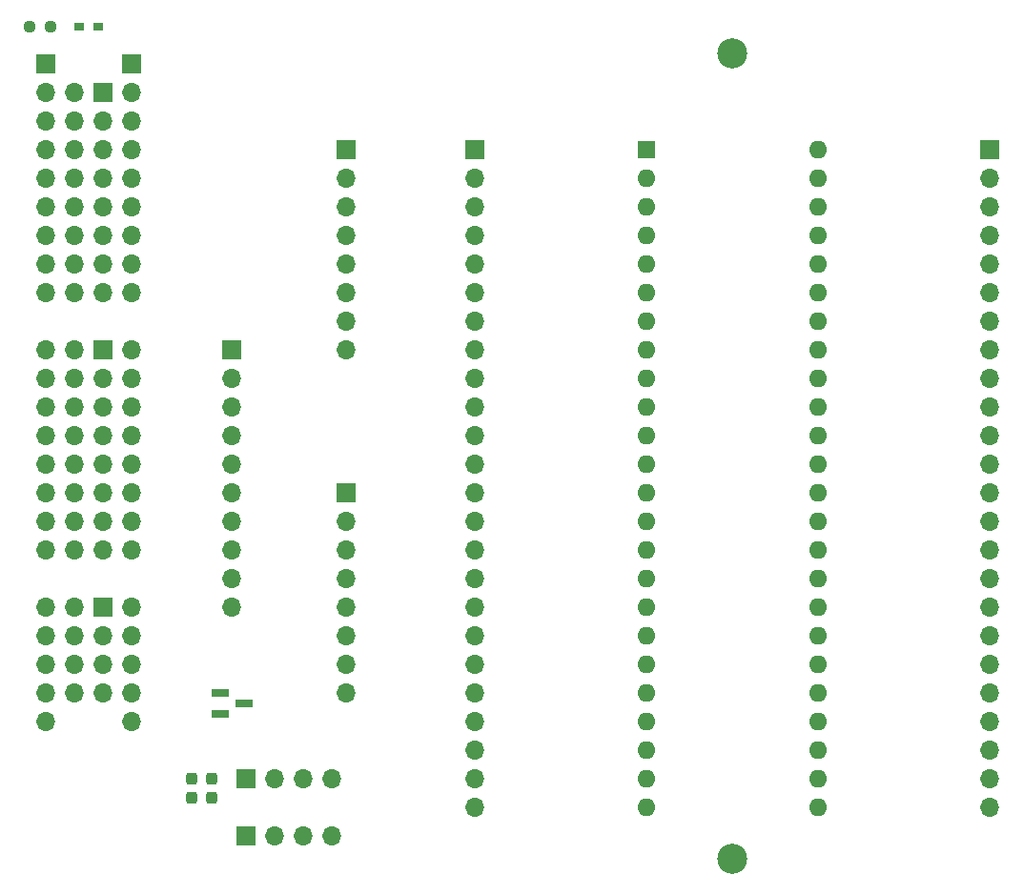
<source format=gbr>
%TF.GenerationSoftware,KiCad,Pcbnew,8.0.4+dfsg-1*%
%TF.CreationDate,2025-03-02T11:49:26+09:00*%
%TF.ProjectId,mezzanine,6d657a7a-616e-4696-9e65-2e6b69636164,2*%
%TF.SameCoordinates,Original*%
%TF.FileFunction,Soldermask,Top*%
%TF.FilePolarity,Negative*%
%FSLAX46Y46*%
G04 Gerber Fmt 4.6, Leading zero omitted, Abs format (unit mm)*
G04 Created by KiCad (PCBNEW 8.0.4+dfsg-1) date 2025-03-02 11:49:26*
%MOMM*%
%LPD*%
G01*
G04 APERTURE LIST*
G04 Aperture macros list*
%AMRoundRect*
0 Rectangle with rounded corners*
0 $1 Rounding radius*
0 $2 $3 $4 $5 $6 $7 $8 $9 X,Y pos of 4 corners*
0 Add a 4 corners polygon primitive as box body*
4,1,4,$2,$3,$4,$5,$6,$7,$8,$9,$2,$3,0*
0 Add four circle primitives for the rounded corners*
1,1,$1+$1,$2,$3*
1,1,$1+$1,$4,$5*
1,1,$1+$1,$6,$7*
1,1,$1+$1,$8,$9*
0 Add four rect primitives between the rounded corners*
20,1,$1+$1,$2,$3,$4,$5,0*
20,1,$1+$1,$4,$5,$6,$7,0*
20,1,$1+$1,$6,$7,$8,$9,0*
20,1,$1+$1,$8,$9,$2,$3,0*%
G04 Aperture macros list end*
%ADD10O,1.700000X1.700000*%
%ADD11R,1.700000X1.700000*%
%ADD12RoundRect,0.237500X-0.237500X0.300000X-0.237500X-0.300000X0.237500X-0.300000X0.237500X0.300000X0*%
%ADD13R,0.965200X0.762000*%
%ADD14R,1.600000X1.600000*%
%ADD15O,1.600000X1.600000*%
%ADD16C,2.670000*%
%ADD17R,1.625600X0.660400*%
%ADD18RoundRect,0.237500X0.250000X0.237500X-0.250000X0.237500X-0.250000X-0.237500X0.250000X-0.237500X0*%
G04 APERTURE END LIST*
D10*
%TO.C,J2*%
X78740000Y-96520000D03*
X78740000Y-93980000D03*
X78740000Y-91440000D03*
X78740000Y-88900000D03*
X78740000Y-86360000D03*
X78740000Y-81280000D03*
X78740000Y-78740000D03*
X78740000Y-76200000D03*
X78740000Y-73660000D03*
X78740000Y-71120000D03*
X78740000Y-68580000D03*
X78740000Y-66040000D03*
X78740000Y-63500000D03*
X78740000Y-58420000D03*
X78740000Y-55880000D03*
X78740000Y-53340000D03*
X78740000Y-50800000D03*
X78740000Y-48260000D03*
X78740000Y-45720000D03*
X78740000Y-43180000D03*
X78740000Y-40640000D03*
D11*
X78740000Y-38100000D03*
%TD*%
%TO.C,J1*%
X71120000Y-38100000D03*
D10*
X71120000Y-40640000D03*
X71120000Y-43180000D03*
X71120000Y-45720000D03*
X71120000Y-48260000D03*
X71120000Y-50800000D03*
X71120000Y-53340000D03*
X71120000Y-55880000D03*
X71120000Y-58420000D03*
X71120000Y-63500000D03*
X71120000Y-66040000D03*
X71120000Y-68580000D03*
X71120000Y-71120000D03*
X71120000Y-73660000D03*
X71120000Y-76200000D03*
X71120000Y-78740000D03*
X71120000Y-81280000D03*
X71120000Y-86360000D03*
X71120000Y-88900000D03*
X71120000Y-91440000D03*
X71120000Y-93980000D03*
X71120000Y-96520000D03*
%TD*%
D12*
%TO.C,C1*%
X84074000Y-101600000D03*
X84074000Y-103325000D03*
%TD*%
D11*
%TO.C,J4*%
X154940000Y-45720000D03*
D10*
X154940000Y-48260000D03*
X154940000Y-50800000D03*
X154940000Y-53340000D03*
X154940000Y-55880000D03*
X154940000Y-58420000D03*
X154940000Y-60960000D03*
X154940000Y-63500000D03*
X154940000Y-66040000D03*
X154940000Y-68580000D03*
X154940000Y-71120000D03*
X154940000Y-73660000D03*
X154940000Y-76200000D03*
X154940000Y-78740000D03*
X154940000Y-81280000D03*
X154940000Y-83820000D03*
X154940000Y-86360000D03*
X154940000Y-88900000D03*
X154940000Y-91440000D03*
X154940000Y-93980000D03*
X154940000Y-96520000D03*
X154940000Y-99060000D03*
X154940000Y-101600000D03*
X154940000Y-104140000D03*
%TD*%
D11*
%TO.C,J9*%
X88900000Y-106680000D03*
D10*
X91440000Y-106680000D03*
X93980000Y-106680000D03*
X96520000Y-106680000D03*
%TD*%
D11*
%TO.C,J7*%
X76200000Y-86360000D03*
D10*
X73660000Y-86360000D03*
X76200000Y-88900000D03*
X73660000Y-88900000D03*
X76200000Y-91440000D03*
X73660000Y-91440000D03*
X76200000Y-93980000D03*
X73660000Y-93980000D03*
%TD*%
D11*
%TO.C,J8*%
X88900000Y-101600000D03*
D10*
X91440000Y-101600000D03*
X93980000Y-101600000D03*
X96520000Y-101600000D03*
%TD*%
D11*
%TO.C,J10*%
X87630000Y-63500000D03*
D10*
X87630000Y-66040000D03*
X87630000Y-68580000D03*
X87630000Y-71120000D03*
X87630000Y-73660000D03*
X87630000Y-76200000D03*
X87630000Y-78740000D03*
X87630000Y-81280000D03*
X87630000Y-83820000D03*
X87630000Y-86360000D03*
%TD*%
D12*
%TO.C,C2*%
X85852000Y-101600000D03*
X85852000Y-103325000D03*
%TD*%
D11*
%TO.C,J11*%
X97790000Y-45720000D03*
D10*
X97790000Y-48260000D03*
X97790000Y-50800000D03*
X97790000Y-53340000D03*
X97790000Y-55880000D03*
X97790000Y-58420000D03*
X97790000Y-60960000D03*
X97790000Y-63500000D03*
%TD*%
D11*
%TO.C,J3*%
X109220000Y-45720000D03*
D10*
X109220000Y-48260000D03*
X109220000Y-50800000D03*
X109220000Y-53340000D03*
X109220000Y-55880000D03*
X109220000Y-58420000D03*
X109220000Y-60960000D03*
X109220000Y-63500000D03*
X109220000Y-66040000D03*
X109220000Y-68580000D03*
X109220000Y-71120000D03*
X109220000Y-73660000D03*
X109220000Y-76200000D03*
X109220000Y-78740000D03*
X109220000Y-81280000D03*
X109220000Y-83820000D03*
X109220000Y-86360000D03*
X109220000Y-88900000D03*
X109220000Y-91440000D03*
X109220000Y-93980000D03*
X109220000Y-96520000D03*
X109220000Y-99060000D03*
X109220000Y-101600000D03*
X109220000Y-104140000D03*
%TD*%
D13*
%TO.C,D1*%
X74053700Y-34798000D03*
X75806300Y-34798000D03*
%TD*%
D14*
%TO.C,U1*%
X124460000Y-45720000D03*
D15*
X124460000Y-48260000D03*
X124460000Y-50800000D03*
X124460000Y-53340000D03*
X124460000Y-55880000D03*
X124460000Y-58420000D03*
X124460000Y-60960000D03*
X124460000Y-63500000D03*
X124460000Y-66040000D03*
X124460000Y-68580000D03*
X124460000Y-71120000D03*
X124460000Y-73660000D03*
X124460000Y-76200000D03*
X124460000Y-78740000D03*
X124460000Y-81280000D03*
X124460000Y-83820000D03*
X124460000Y-86360000D03*
X124460000Y-88900000D03*
X124460000Y-91440000D03*
X124460000Y-93980000D03*
X124460000Y-96520000D03*
X124460000Y-99060000D03*
X124460000Y-101600000D03*
X124460000Y-104140000D03*
X139700000Y-104140000D03*
X139700000Y-101600000D03*
X139700000Y-99060000D03*
X139700000Y-96520000D03*
X139700000Y-93980000D03*
X139700000Y-91440000D03*
X139700000Y-88900000D03*
X139700000Y-86360000D03*
X139700000Y-83820000D03*
X139700000Y-81280000D03*
X139700000Y-78740000D03*
X139700000Y-76200000D03*
X139700000Y-73660000D03*
X139700000Y-71120000D03*
X139700000Y-68580000D03*
X139700000Y-66040000D03*
X139700000Y-63500000D03*
X139700000Y-60960000D03*
X139700000Y-58420000D03*
X139700000Y-55880000D03*
X139700000Y-53340000D03*
X139700000Y-50800000D03*
X139700000Y-48260000D03*
X139700000Y-45720000D03*
D16*
X132080000Y-108710000D03*
X132080000Y-37210000D03*
%TD*%
D11*
%TO.C,J6*%
X76200000Y-63500000D03*
D10*
X73660000Y-63500000D03*
X76200000Y-66040000D03*
X73660000Y-66040000D03*
X76200000Y-68580000D03*
X73660000Y-68580000D03*
X76200000Y-71120000D03*
X73660000Y-71120000D03*
X76200000Y-73660000D03*
X73660000Y-73660000D03*
X76200000Y-76200000D03*
X73660000Y-76200000D03*
X76200000Y-78740000D03*
X73660000Y-78740000D03*
X76200000Y-81280000D03*
X73660000Y-81280000D03*
%TD*%
D17*
%TO.C,U2*%
X86564000Y-93980000D03*
X86564000Y-95880002D03*
X88696000Y-94930001D03*
%TD*%
D11*
%TO.C,J5*%
X76200000Y-40640000D03*
D10*
X73660000Y-40640000D03*
X76200000Y-43180000D03*
X73660000Y-43180000D03*
X76200000Y-45720000D03*
X73660000Y-45720000D03*
X76200000Y-48260000D03*
X73660000Y-48260000D03*
X76200000Y-50800000D03*
X73660000Y-50800000D03*
X76200000Y-53340000D03*
X73660000Y-53340000D03*
X76200000Y-55880000D03*
X73660000Y-55880000D03*
X76200000Y-58420000D03*
X73660000Y-58420000D03*
%TD*%
D18*
%TO.C,R1*%
X71524500Y-34798000D03*
X69699500Y-34798000D03*
%TD*%
D11*
%TO.C,J12*%
X97790000Y-76200000D03*
D10*
X97790000Y-78740000D03*
X97790000Y-81280000D03*
X97790000Y-83820000D03*
X97790000Y-86360000D03*
X97790000Y-88900000D03*
X97790000Y-91440000D03*
X97790000Y-93980000D03*
%TD*%
M02*

</source>
